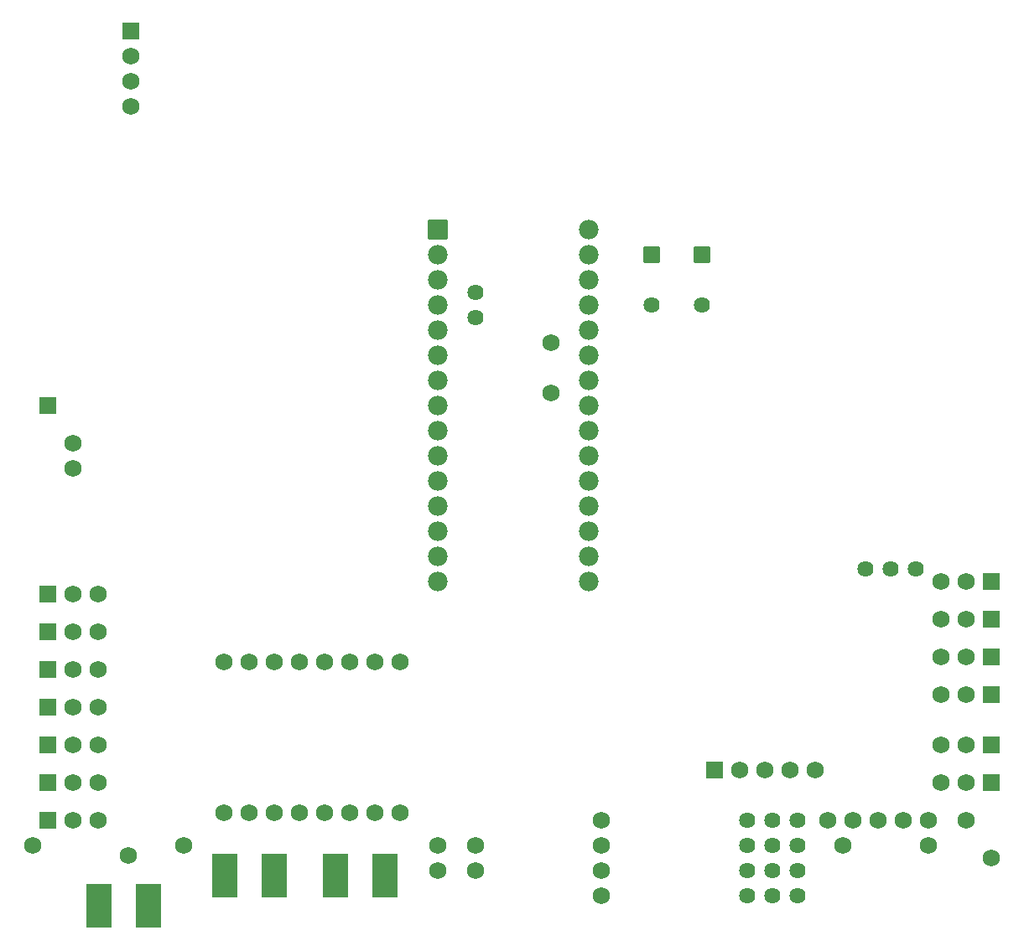
<source format=gts>
G04 Layer: TopSolderMaskLayer*
G04 EasyEDA v6.5.22, 2022-11-15 12:52:14*
G04 f3081522d4404d6e965df70c81d772e4,770f52a9c06342aeb7d9f723a0e8078a,10*
G04 Gerber Generator version 0.2*
G04 Scale: 100 percent, Rotated: No, Reflected: No *
G04 Dimensions in inches *
G04 leading zeros omitted , absolute positions ,3 integer and 6 decimal *
%FSLAX36Y36*%
%MOIN*%

%AMMACRO1*1,1,$1,$2,$3*1,1,$1,$4,$5*1,1,$1,0-$2,0-$3*1,1,$1,0-$4,0-$5*20,1,$1,$2,$3,$4,$5,0*20,1,$1,$4,$5,0-$2,0-$3,0*20,1,$1,0-$2,0-$3,0-$4,0-$5,0*20,1,$1,0-$4,0-$5,$2,$3,0*4,1,4,$2,$3,$4,$5,0-$2,0-$3,0-$4,0-$5,$2,$3,0*%
%ADD10MACRO1,0.008X-0.0468X-0.0843X-0.0468X0.0843*%
%ADD11C,0.0680*%
%ADD12MACRO1,0.008X-0.03X0.03X0.03X0.03*%
%ADD13MACRO1,0.008X0.035X0.035X0.035X-0.035*%
%ADD14C,0.0780*%
%ADD15MACRO1,0.008X0.03X-0.03X-0.03X-0.03*%
%ADD16MACRO1,0.008X-0.0469X-0.0843X-0.0469X0.0843*%
%ADD17R,0.1017X0.1767*%
%ADD18MACRO1,0.004X-0.03X0.03X0.03X0.03*%
%ADD19C,0.0640*%

%LPD*%
D10*
G01*
X500000Y-3740000D03*
G01*
X304000Y-3740000D03*
D11*
G01*
X1650000Y-3500000D03*
G01*
X1650000Y-3600000D03*
D12*
G01*
X430000Y-260000D03*
D11*
G01*
X430000Y-360000D03*
G01*
X430000Y-460000D03*
G01*
X430000Y-560000D03*
G01*
X800000Y-3370000D03*
G01*
X900000Y-3370000D03*
G01*
X1000000Y-3370000D03*
G01*
X1100000Y-3370000D03*
G01*
X1200000Y-3370000D03*
G01*
X1300000Y-3370000D03*
G01*
X1400000Y-3370000D03*
G01*
X1500000Y-3370000D03*
G01*
X1500000Y-2770000D03*
G01*
X1400000Y-2770000D03*
G01*
X1300000Y-2770000D03*
G01*
X1200000Y-2770000D03*
G01*
X1100000Y-2770000D03*
G01*
X1000000Y-2770000D03*
G01*
X900000Y-2770000D03*
G01*
X800000Y-2770000D03*
G01*
X2300000Y-3400000D03*
G01*
X2300000Y-3500019D03*
G01*
X2300000Y-3600019D03*
G01*
X2300000Y-3700019D03*
D13*
G01*
X1650000Y-1050000D03*
D14*
G01*
X1650000Y-1150000D03*
G01*
X1650000Y-1250000D03*
G01*
X1650000Y-1350000D03*
G01*
X1650000Y-1450000D03*
G01*
X1650000Y-1550000D03*
G01*
X1650000Y-1650000D03*
G01*
X1650000Y-1750000D03*
G01*
X1650000Y-1850000D03*
G01*
X1650000Y-1950000D03*
G01*
X1650000Y-2050000D03*
G01*
X1650000Y-2150000D03*
G01*
X1650000Y-2250000D03*
G01*
X1650000Y-2350000D03*
G01*
X1650000Y-2450000D03*
G01*
X2250000Y-1050000D03*
G01*
X2250000Y-1150000D03*
G01*
X2250000Y-1250000D03*
G01*
X2250000Y-1350000D03*
G01*
X2250000Y-1450000D03*
G01*
X2250000Y-1550000D03*
G01*
X2250000Y-1650000D03*
G01*
X2250000Y-1750000D03*
G01*
X2250000Y-1850000D03*
G01*
X2250000Y-1950000D03*
G01*
X2250000Y-2050000D03*
G01*
X2250000Y-2150000D03*
G01*
X2250000Y-2250000D03*
G01*
X2250000Y-2350000D03*
G01*
X2250000Y-2450000D03*
D11*
G01*
X3150000Y-3200000D03*
G01*
X3050000Y-3200000D03*
G01*
X2950000Y-3200000D03*
G01*
X2850000Y-3200000D03*
D15*
G01*
X2750000Y-3200000D03*
D12*
G01*
X100000Y-2500000D03*
D11*
G01*
X200000Y-2500000D03*
G01*
X300000Y-2500000D03*
D12*
G01*
X100000Y-2650000D03*
D11*
G01*
X200000Y-2650000D03*
G01*
X300000Y-2650000D03*
D12*
G01*
X100000Y-2800000D03*
D11*
G01*
X200000Y-2800000D03*
G01*
X300000Y-2800000D03*
D12*
G01*
X100000Y-2950000D03*
D11*
G01*
X200000Y-2950000D03*
G01*
X300000Y-2950000D03*
D12*
G01*
X100000Y-3100000D03*
D11*
G01*
X200000Y-3100000D03*
G01*
X300000Y-3100000D03*
D12*
G01*
X100000Y-3250000D03*
D11*
G01*
X200000Y-3250000D03*
G01*
X300000Y-3250000D03*
D15*
G01*
X3850000Y-3250000D03*
D11*
G01*
X3750000Y-3250000D03*
G01*
X3650000Y-3250000D03*
D15*
G01*
X3850000Y-3100000D03*
D11*
G01*
X3750000Y-3100000D03*
G01*
X3650000Y-3100000D03*
D12*
G01*
X100000Y-3400000D03*
D11*
G01*
X200000Y-3400000D03*
G01*
X300000Y-3400000D03*
D15*
G01*
X3850000Y-2900000D03*
D11*
G01*
X3750000Y-2900000D03*
G01*
X3650000Y-2900000D03*
D15*
G01*
X3850000Y-2750000D03*
D11*
G01*
X3750000Y-2750000D03*
G01*
X3650000Y-2750000D03*
D15*
G01*
X3850000Y-2600000D03*
D11*
G01*
X3750000Y-2600000D03*
G01*
X3650000Y-2600000D03*
D15*
G01*
X3850000Y-2450000D03*
D11*
G01*
X3750000Y-2450000D03*
G01*
X3650000Y-2450000D03*
G01*
X1800000Y-3500000D03*
G01*
X1800000Y-3600000D03*
D16*
G01*
X1000000Y-3620000D03*
D10*
G01*
X804000Y-3620000D03*
D17*
G01*
X1439949Y-3619949D03*
G01*
X1243950Y-3619949D03*
D11*
G01*
X3600000Y-3400000D03*
G01*
X3500000Y-3400000D03*
G01*
X3400000Y-3400000D03*
G01*
X3300000Y-3400000D03*
G01*
X3200000Y-3400000D03*
G01*
X40000Y-3500000D03*
G01*
X640000Y-3500000D03*
G01*
X2100000Y-1500000D03*
G01*
X2100000Y-1700000D03*
G01*
X420000Y-3540000D03*
G01*
X3750000Y-3400000D03*
G01*
X3850000Y-3550000D03*
D18*
G01*
X2700000Y-1150000D03*
D19*
G01*
X2700000Y-1350000D03*
D18*
G01*
X2500000Y-1150000D03*
D19*
G01*
X2500000Y-1350000D03*
D11*
G01*
X200000Y-2000000D03*
G01*
X200000Y-1900000D03*
D12*
G01*
X100000Y-1750001D03*
D19*
G01*
X1800000Y-1300000D03*
G01*
X1800000Y-1400000D03*
D11*
G01*
X3600000Y-3500000D03*
G01*
X3260000Y-3500000D03*
D19*
G01*
X2880000Y-3700000D03*
G01*
X2880000Y-3600000D03*
G01*
X2880000Y-3500000D03*
G01*
X2880000Y-3400000D03*
G01*
X2980000Y-3400000D03*
G01*
X2980000Y-3500000D03*
G01*
X2980000Y-3600000D03*
G01*
X2980000Y-3700000D03*
G01*
X3080000Y-3400000D03*
G01*
X3080000Y-3500000D03*
G01*
X3080000Y-3600000D03*
G01*
X3080000Y-3700000D03*
G01*
X3350000Y-2400000D03*
G01*
X3450000Y-2400000D03*
G01*
X3550000Y-2400000D03*
M02*

</source>
